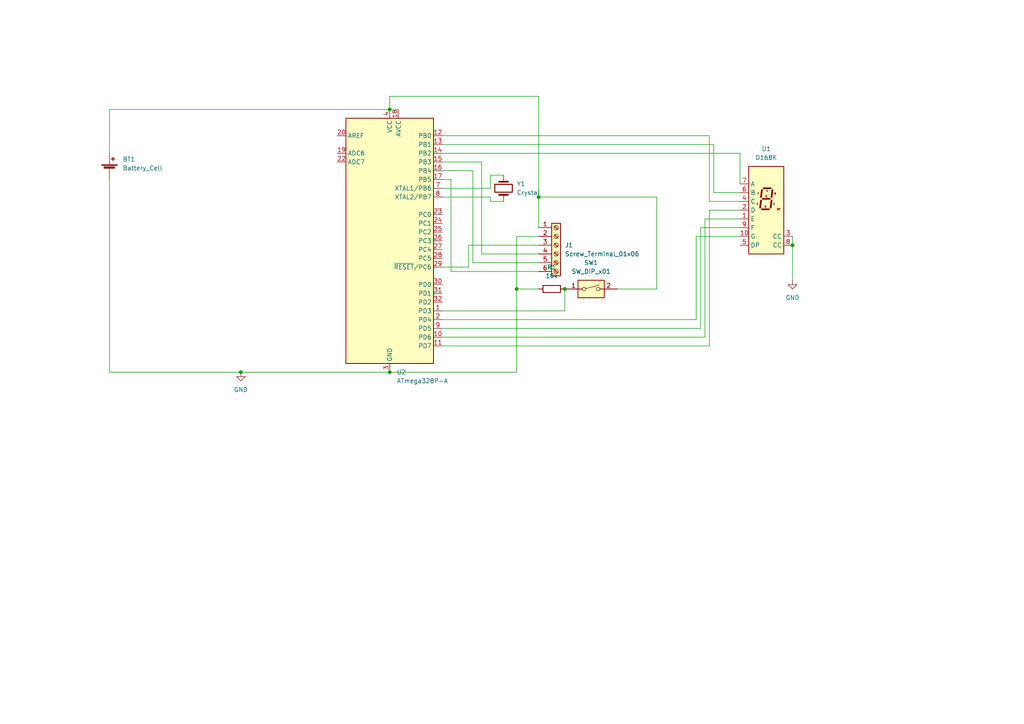
<source format=kicad_sch>
(kicad_sch (version 20211123) (generator eeschema)

  (uuid 3792a295-f5f0-4f2f-a141-6a54d58e462a)

  (paper "A4")

  (lib_symbols
    (symbol "Connector:Screw_Terminal_01x06" (pin_names (offset 1.016) hide) (in_bom yes) (on_board yes)
      (property "Reference" "J" (id 0) (at 0 7.62 0)
        (effects (font (size 1.27 1.27)))
      )
      (property "Value" "Screw_Terminal_01x06" (id 1) (at 0 -10.16 0)
        (effects (font (size 1.27 1.27)))
      )
      (property "Footprint" "" (id 2) (at 0 0 0)
        (effects (font (size 1.27 1.27)) hide)
      )
      (property "Datasheet" "~" (id 3) (at 0 0 0)
        (effects (font (size 1.27 1.27)) hide)
      )
      (property "ki_keywords" "screw terminal" (id 4) (at 0 0 0)
        (effects (font (size 1.27 1.27)) hide)
      )
      (property "ki_description" "Generic screw terminal, single row, 01x06, script generated (kicad-library-utils/schlib/autogen/connector/)" (id 5) (at 0 0 0)
        (effects (font (size 1.27 1.27)) hide)
      )
      (property "ki_fp_filters" "TerminalBlock*:*" (id 6) (at 0 0 0)
        (effects (font (size 1.27 1.27)) hide)
      )
      (symbol "Screw_Terminal_01x06_1_1"
        (rectangle (start -1.27 6.35) (end 1.27 -8.89)
          (stroke (width 0.254) (type default) (color 0 0 0 0))
          (fill (type background))
        )
        (circle (center 0 -7.62) (radius 0.635)
          (stroke (width 0.1524) (type default) (color 0 0 0 0))
          (fill (type none))
        )
        (circle (center 0 -5.08) (radius 0.635)
          (stroke (width 0.1524) (type default) (color 0 0 0 0))
          (fill (type none))
        )
        (circle (center 0 -2.54) (radius 0.635)
          (stroke (width 0.1524) (type default) (color 0 0 0 0))
          (fill (type none))
        )
        (polyline
          (pts
            (xy -0.5334 -7.2898)
            (xy 0.3302 -8.128)
          )
          (stroke (width 0.1524) (type default) (color 0 0 0 0))
          (fill (type none))
        )
        (polyline
          (pts
            (xy -0.5334 -4.7498)
            (xy 0.3302 -5.588)
          )
          (stroke (width 0.1524) (type default) (color 0 0 0 0))
          (fill (type none))
        )
        (polyline
          (pts
            (xy -0.5334 -2.2098)
            (xy 0.3302 -3.048)
          )
          (stroke (width 0.1524) (type default) (color 0 0 0 0))
          (fill (type none))
        )
        (polyline
          (pts
            (xy -0.5334 0.3302)
            (xy 0.3302 -0.508)
          )
          (stroke (width 0.1524) (type default) (color 0 0 0 0))
          (fill (type none))
        )
        (polyline
          (pts
            (xy -0.5334 2.8702)
            (xy 0.3302 2.032)
          )
          (stroke (width 0.1524) (type default) (color 0 0 0 0))
          (fill (type none))
        )
        (polyline
          (pts
            (xy -0.5334 5.4102)
            (xy 0.3302 4.572)
          )
          (stroke (width 0.1524) (type default) (color 0 0 0 0))
          (fill (type none))
        )
        (polyline
          (pts
            (xy -0.3556 -7.112)
            (xy 0.508 -7.9502)
          )
          (stroke (width 0.1524) (type default) (color 0 0 0 0))
          (fill (type none))
        )
        (polyline
          (pts
            (xy -0.3556 -4.572)
            (xy 0.508 -5.4102)
          )
          (stroke (width 0.1524) (type default) (color 0 0 0 0))
          (fill (type none))
        )
        (polyline
          (pts
            (xy -0.3556 -2.032)
            (xy 0.508 -2.8702)
          )
          (stroke (width 0.1524) (type default) (color 0 0 0 0))
          (fill (type none))
        )
        (polyline
          (pts
            (xy -0.3556 0.508)
            (xy 0.508 -0.3302)
          )
          (stroke (width 0.1524) (type default) (color 0 0 0 0))
          (fill (type none))
        )
        (polyline
          (pts
            (xy -0.3556 3.048)
            (xy 0.508 2.2098)
          )
          (stroke (width 0.1524) (type default) (color 0 0 0 0))
          (fill (type none))
        )
        (polyline
          (pts
            (xy -0.3556 5.588)
            (xy 0.508 4.7498)
          )
          (stroke (width 0.1524) (type default) (color 0 0 0 0))
          (fill (type none))
        )
        (circle (center 0 0) (radius 0.635)
          (stroke (width 0.1524) (type default) (color 0 0 0 0))
          (fill (type none))
        )
        (circle (center 0 2.54) (radius 0.635)
          (stroke (width 0.1524) (type default) (color 0 0 0 0))
          (fill (type none))
        )
        (circle (center 0 5.08) (radius 0.635)
          (stroke (width 0.1524) (type default) (color 0 0 0 0))
          (fill (type none))
        )
        (pin passive line (at -5.08 5.08 0) (length 3.81)
          (name "Pin_1" (effects (font (size 1.27 1.27))))
          (number "1" (effects (font (size 1.27 1.27))))
        )
        (pin passive line (at -5.08 2.54 0) (length 3.81)
          (name "Pin_2" (effects (font (size 1.27 1.27))))
          (number "2" (effects (font (size 1.27 1.27))))
        )
        (pin passive line (at -5.08 0 0) (length 3.81)
          (name "Pin_3" (effects (font (size 1.27 1.27))))
          (number "3" (effects (font (size 1.27 1.27))))
        )
        (pin passive line (at -5.08 -2.54 0) (length 3.81)
          (name "Pin_4" (effects (font (size 1.27 1.27))))
          (number "4" (effects (font (size 1.27 1.27))))
        )
        (pin passive line (at -5.08 -5.08 0) (length 3.81)
          (name "Pin_5" (effects (font (size 1.27 1.27))))
          (number "5" (effects (font (size 1.27 1.27))))
        )
        (pin passive line (at -5.08 -7.62 0) (length 3.81)
          (name "Pin_6" (effects (font (size 1.27 1.27))))
          (number "6" (effects (font (size 1.27 1.27))))
        )
      )
    )
    (symbol "Device:Battery_Cell" (pin_numbers hide) (pin_names (offset 0) hide) (in_bom yes) (on_board yes)
      (property "Reference" "BT" (id 0) (at 2.54 2.54 0)
        (effects (font (size 1.27 1.27)) (justify left))
      )
      (property "Value" "Battery_Cell" (id 1) (at 2.54 0 0)
        (effects (font (size 1.27 1.27)) (justify left))
      )
      (property "Footprint" "" (id 2) (at 0 1.524 90)
        (effects (font (size 1.27 1.27)) hide)
      )
      (property "Datasheet" "~" (id 3) (at 0 1.524 90)
        (effects (font (size 1.27 1.27)) hide)
      )
      (property "ki_keywords" "battery cell" (id 4) (at 0 0 0)
        (effects (font (size 1.27 1.27)) hide)
      )
      (property "ki_description" "Single-cell battery" (id 5) (at 0 0 0)
        (effects (font (size 1.27 1.27)) hide)
      )
      (symbol "Battery_Cell_0_1"
        (rectangle (start -2.286 1.778) (end 2.286 1.524)
          (stroke (width 0) (type default) (color 0 0 0 0))
          (fill (type outline))
        )
        (rectangle (start -1.5748 1.1938) (end 1.4732 0.6858)
          (stroke (width 0) (type default) (color 0 0 0 0))
          (fill (type outline))
        )
        (polyline
          (pts
            (xy 0 0.762)
            (xy 0 0)
          )
          (stroke (width 0) (type default) (color 0 0 0 0))
          (fill (type none))
        )
        (polyline
          (pts
            (xy 0 1.778)
            (xy 0 2.54)
          )
          (stroke (width 0) (type default) (color 0 0 0 0))
          (fill (type none))
        )
        (polyline
          (pts
            (xy 0.508 3.429)
            (xy 1.524 3.429)
          )
          (stroke (width 0.254) (type default) (color 0 0 0 0))
          (fill (type none))
        )
        (polyline
          (pts
            (xy 1.016 3.937)
            (xy 1.016 2.921)
          )
          (stroke (width 0.254) (type default) (color 0 0 0 0))
          (fill (type none))
        )
      )
      (symbol "Battery_Cell_1_1"
        (pin passive line (at 0 5.08 270) (length 2.54)
          (name "+" (effects (font (size 1.27 1.27))))
          (number "1" (effects (font (size 1.27 1.27))))
        )
        (pin passive line (at 0 -2.54 90) (length 2.54)
          (name "-" (effects (font (size 1.27 1.27))))
          (number "2" (effects (font (size 1.27 1.27))))
        )
      )
    )
    (symbol "Device:Crystal" (pin_numbers hide) (pin_names (offset 1.016) hide) (in_bom yes) (on_board yes)
      (property "Reference" "Y" (id 0) (at 0 3.81 0)
        (effects (font (size 1.27 1.27)))
      )
      (property "Value" "Crystal" (id 1) (at 0 -3.81 0)
        (effects (font (size 1.27 1.27)))
      )
      (property "Footprint" "" (id 2) (at 0 0 0)
        (effects (font (size 1.27 1.27)) hide)
      )
      (property "Datasheet" "~" (id 3) (at 0 0 0)
        (effects (font (size 1.27 1.27)) hide)
      )
      (property "ki_keywords" "quartz ceramic resonator oscillator" (id 4) (at 0 0 0)
        (effects (font (size 1.27 1.27)) hide)
      )
      (property "ki_description" "Two pin crystal" (id 5) (at 0 0 0)
        (effects (font (size 1.27 1.27)) hide)
      )
      (property "ki_fp_filters" "Crystal*" (id 6) (at 0 0 0)
        (effects (font (size 1.27 1.27)) hide)
      )
      (symbol "Crystal_0_1"
        (rectangle (start -1.143 2.54) (end 1.143 -2.54)
          (stroke (width 0.3048) (type default) (color 0 0 0 0))
          (fill (type none))
        )
        (polyline
          (pts
            (xy -2.54 0)
            (xy -1.905 0)
          )
          (stroke (width 0) (type default) (color 0 0 0 0))
          (fill (type none))
        )
        (polyline
          (pts
            (xy -1.905 -1.27)
            (xy -1.905 1.27)
          )
          (stroke (width 0.508) (type default) (color 0 0 0 0))
          (fill (type none))
        )
        (polyline
          (pts
            (xy 1.905 -1.27)
            (xy 1.905 1.27)
          )
          (stroke (width 0.508) (type default) (color 0 0 0 0))
          (fill (type none))
        )
        (polyline
          (pts
            (xy 2.54 0)
            (xy 1.905 0)
          )
          (stroke (width 0) (type default) (color 0 0 0 0))
          (fill (type none))
        )
      )
      (symbol "Crystal_1_1"
        (pin passive line (at -3.81 0 0) (length 1.27)
          (name "1" (effects (font (size 1.27 1.27))))
          (number "1" (effects (font (size 1.27 1.27))))
        )
        (pin passive line (at 3.81 0 180) (length 1.27)
          (name "2" (effects (font (size 1.27 1.27))))
          (number "2" (effects (font (size 1.27 1.27))))
        )
      )
    )
    (symbol "Device:R" (pin_numbers hide) (pin_names (offset 0)) (in_bom yes) (on_board yes)
      (property "Reference" "R" (id 0) (at 2.032 0 90)
        (effects (font (size 1.27 1.27)))
      )
      (property "Value" "R" (id 1) (at 0 0 90)
        (effects (font (size 1.27 1.27)))
      )
      (property "Footprint" "" (id 2) (at -1.778 0 90)
        (effects (font (size 1.27 1.27)) hide)
      )
      (property "Datasheet" "~" (id 3) (at 0 0 0)
        (effects (font (size 1.27 1.27)) hide)
      )
      (property "ki_keywords" "R res resistor" (id 4) (at 0 0 0)
        (effects (font (size 1.27 1.27)) hide)
      )
      (property "ki_description" "Resistor" (id 5) (at 0 0 0)
        (effects (font (size 1.27 1.27)) hide)
      )
      (property "ki_fp_filters" "R_*" (id 6) (at 0 0 0)
        (effects (font (size 1.27 1.27)) hide)
      )
      (symbol "R_0_1"
        (rectangle (start -1.016 -2.54) (end 1.016 2.54)
          (stroke (width 0.254) (type default) (color 0 0 0 0))
          (fill (type none))
        )
      )
      (symbol "R_1_1"
        (pin passive line (at 0 3.81 270) (length 1.27)
          (name "~" (effects (font (size 1.27 1.27))))
          (number "1" (effects (font (size 1.27 1.27))))
        )
        (pin passive line (at 0 -3.81 90) (length 1.27)
          (name "~" (effects (font (size 1.27 1.27))))
          (number "2" (effects (font (size 1.27 1.27))))
        )
      )
    )
    (symbol "Display_Character:D168K" (in_bom yes) (on_board yes)
      (property "Reference" "U" (id 0) (at -2.54 13.97 0)
        (effects (font (size 1.27 1.27)) (justify right))
      )
      (property "Value" "D168K" (id 1) (at 1.27 13.97 0)
        (effects (font (size 1.27 1.27)) (justify left))
      )
      (property "Footprint" "Display_7Segment:D1X8K" (id 2) (at 0 -15.24 0)
        (effects (font (size 1.27 1.27)) hide)
      )
      (property "Datasheet" "https://ia800903.us.archive.org/24/items/CTKD1x8K/Cromatek%20D168K.pdf" (id 3) (at -12.7 12.065 0)
        (effects (font (size 1.27 1.27)) (justify left) hide)
      )
      (property "ki_keywords" "display LED 7-segment" (id 4) (at 0 0 0)
        (effects (font (size 1.27 1.27)) hide)
      )
      (property "ki_description" "One digit 7 segment ultra bright red LED, low current, common cathode" (id 5) (at 0 0 0)
        (effects (font (size 1.27 1.27)) hide)
      )
      (property "ki_fp_filters" "D1X8K*" (id 6) (at 0 0 0)
        (effects (font (size 1.27 1.27)) hide)
      )
      (symbol "D168K_0_0"
        (text "A" (at 0.254 5.588 0)
          (effects (font (size 0.508 0.508)))
        )
        (text "B" (at 2.54 4.826 0)
          (effects (font (size 0.508 0.508)))
        )
        (text "C" (at 2.286 1.778 0)
          (effects (font (size 0.508 0.508)))
        )
        (text "D" (at -0.254 1.016 0)
          (effects (font (size 0.508 0.508)))
        )
        (text "DP" (at 3.556 0.254 0)
          (effects (font (size 0.508 0.508)))
        )
        (text "E" (at -2.54 1.778 0)
          (effects (font (size 0.508 0.508)))
        )
        (text "F" (at -2.286 4.826 0)
          (effects (font (size 0.508 0.508)))
        )
        (text "G" (at 0 4.064 0)
          (effects (font (size 0.508 0.508)))
        )
      )
      (symbol "D168K_0_1"
        (rectangle (start -5.08 12.7) (end 5.08 -12.7)
          (stroke (width 0.254) (type default) (color 0 0 0 0))
          (fill (type background))
        )
        (polyline
          (pts
            (xy -1.524 2.794)
            (xy -1.778 0.762)
          )
          (stroke (width 0.508) (type default) (color 0 0 0 0))
          (fill (type none))
        )
        (polyline
          (pts
            (xy -1.27 0.254)
            (xy 0.762 0.254)
          )
          (stroke (width 0.508) (type default) (color 0 0 0 0))
          (fill (type none))
        )
        (polyline
          (pts
            (xy -1.27 5.842)
            (xy -1.524 3.81)
          )
          (stroke (width 0.508) (type default) (color 0 0 0 0))
          (fill (type none))
        )
        (polyline
          (pts
            (xy -1.016 3.302)
            (xy 1.016 3.302)
          )
          (stroke (width 0.508) (type default) (color 0 0 0 0))
          (fill (type none))
        )
        (polyline
          (pts
            (xy -0.762 6.35)
            (xy 1.27 6.35)
          )
          (stroke (width 0.508) (type default) (color 0 0 0 0))
          (fill (type none))
        )
        (polyline
          (pts
            (xy 1.524 2.794)
            (xy 1.27 0.762)
          )
          (stroke (width 0.508) (type default) (color 0 0 0 0))
          (fill (type none))
        )
        (polyline
          (pts
            (xy 1.778 5.842)
            (xy 1.524 3.81)
          )
          (stroke (width 0.508) (type default) (color 0 0 0 0))
          (fill (type none))
        )
        (polyline
          (pts
            (xy 2.54 0.254)
            (xy 2.54 0.254)
          )
          (stroke (width 0.508) (type default) (color 0 0 0 0))
          (fill (type none))
        )
      )
      (symbol "D168K_1_1"
        (pin input line (at -7.62 -2.54 0) (length 2.54)
          (name "E" (effects (font (size 1.27 1.27))))
          (number "1" (effects (font (size 1.27 1.27))))
        )
        (pin input line (at -7.62 -7.62 0) (length 2.54)
          (name "G" (effects (font (size 1.27 1.27))))
          (number "10" (effects (font (size 1.27 1.27))))
        )
        (pin input line (at -7.62 0 0) (length 2.54)
          (name "D" (effects (font (size 1.27 1.27))))
          (number "2" (effects (font (size 1.27 1.27))))
        )
        (pin input line (at 7.62 -7.62 180) (length 2.54)
          (name "CC" (effects (font (size 1.27 1.27))))
          (number "3" (effects (font (size 1.27 1.27))))
        )
        (pin input line (at -7.62 2.54 0) (length 2.54)
          (name "C" (effects (font (size 1.27 1.27))))
          (number "4" (effects (font (size 1.27 1.27))))
        )
        (pin input line (at -7.62 -10.16 0) (length 2.54)
          (name "DP" (effects (font (size 1.27 1.27))))
          (number "5" (effects (font (size 1.27 1.27))))
        )
        (pin input line (at -7.62 5.08 0) (length 2.54)
          (name "B" (effects (font (size 1.27 1.27))))
          (number "6" (effects (font (size 1.27 1.27))))
        )
        (pin input line (at -7.62 7.62 0) (length 2.54)
          (name "A" (effects (font (size 1.27 1.27))))
          (number "7" (effects (font (size 1.27 1.27))))
        )
        (pin input line (at 7.62 -10.16 180) (length 2.54)
          (name "CC" (effects (font (size 1.27 1.27))))
          (number "8" (effects (font (size 1.27 1.27))))
        )
        (pin input line (at -7.62 -5.08 0) (length 2.54)
          (name "F" (effects (font (size 1.27 1.27))))
          (number "9" (effects (font (size 1.27 1.27))))
        )
      )
    )
    (symbol "MCU_Microchip_ATmega:ATmega328P-A" (in_bom yes) (on_board yes)
      (property "Reference" "U" (id 0) (at -12.7 36.83 0)
        (effects (font (size 1.27 1.27)) (justify left bottom))
      )
      (property "Value" "ATmega328P-A" (id 1) (at 2.54 -36.83 0)
        (effects (font (size 1.27 1.27)) (justify left top))
      )
      (property "Footprint" "Package_QFP:TQFP-32_7x7mm_P0.8mm" (id 2) (at 0 0 0)
        (effects (font (size 1.27 1.27) italic) hide)
      )
      (property "Datasheet" "http://ww1.microchip.com/downloads/en/DeviceDoc/ATmega328_P%20AVR%20MCU%20with%20picoPower%20Technology%20Data%20Sheet%2040001984A.pdf" (id 3) (at 0 0 0)
        (effects (font (size 1.27 1.27)) hide)
      )
      (property "ki_keywords" "AVR 8bit Microcontroller MegaAVR PicoPower" (id 4) (at 0 0 0)
        (effects (font (size 1.27 1.27)) hide)
      )
      (property "ki_description" "20MHz, 32kB Flash, 2kB SRAM, 1kB EEPROM, TQFP-32" (id 5) (at 0 0 0)
        (effects (font (size 1.27 1.27)) hide)
      )
      (property "ki_fp_filters" "TQFP*7x7mm*P0.8mm*" (id 6) (at 0 0 0)
        (effects (font (size 1.27 1.27)) hide)
      )
      (symbol "ATmega328P-A_0_1"
        (rectangle (start -12.7 -35.56) (end 12.7 35.56)
          (stroke (width 0.254) (type default) (color 0 0 0 0))
          (fill (type background))
        )
      )
      (symbol "ATmega328P-A_1_1"
        (pin bidirectional line (at 15.24 -20.32 180) (length 2.54)
          (name "PD3" (effects (font (size 1.27 1.27))))
          (number "1" (effects (font (size 1.27 1.27))))
        )
        (pin bidirectional line (at 15.24 -27.94 180) (length 2.54)
          (name "PD6" (effects (font (size 1.27 1.27))))
          (number "10" (effects (font (size 1.27 1.27))))
        )
        (pin bidirectional line (at 15.24 -30.48 180) (length 2.54)
          (name "PD7" (effects (font (size 1.27 1.27))))
          (number "11" (effects (font (size 1.27 1.27))))
        )
        (pin bidirectional line (at 15.24 30.48 180) (length 2.54)
          (name "PB0" (effects (font (size 1.27 1.27))))
          (number "12" (effects (font (size 1.27 1.27))))
        )
        (pin bidirectional line (at 15.24 27.94 180) (length 2.54)
          (name "PB1" (effects (font (size 1.27 1.27))))
          (number "13" (effects (font (size 1.27 1.27))))
        )
        (pin bidirectional line (at 15.24 25.4 180) (length 2.54)
          (name "PB2" (effects (font (size 1.27 1.27))))
          (number "14" (effects (font (size 1.27 1.27))))
        )
        (pin bidirectional line (at 15.24 22.86 180) (length 2.54)
          (name "PB3" (effects (font (size 1.27 1.27))))
          (number "15" (effects (font (size 1.27 1.27))))
        )
        (pin bidirectional line (at 15.24 20.32 180) (length 2.54)
          (name "PB4" (effects (font (size 1.27 1.27))))
          (number "16" (effects (font (size 1.27 1.27))))
        )
        (pin bidirectional line (at 15.24 17.78 180) (length 2.54)
          (name "PB5" (effects (font (size 1.27 1.27))))
          (number "17" (effects (font (size 1.27 1.27))))
        )
        (pin power_in line (at 2.54 38.1 270) (length 2.54)
          (name "AVCC" (effects (font (size 1.27 1.27))))
          (number "18" (effects (font (size 1.27 1.27))))
        )
        (pin input line (at -15.24 25.4 0) (length 2.54)
          (name "ADC6" (effects (font (size 1.27 1.27))))
          (number "19" (effects (font (size 1.27 1.27))))
        )
        (pin bidirectional line (at 15.24 -22.86 180) (length 2.54)
          (name "PD4" (effects (font (size 1.27 1.27))))
          (number "2" (effects (font (size 1.27 1.27))))
        )
        (pin passive line (at -15.24 30.48 0) (length 2.54)
          (name "AREF" (effects (font (size 1.27 1.27))))
          (number "20" (effects (font (size 1.27 1.27))))
        )
        (pin passive line (at 0 -38.1 90) (length 2.54) hide
          (name "GND" (effects (font (size 1.27 1.27))))
          (number "21" (effects (font (size 1.27 1.27))))
        )
        (pin input line (at -15.24 22.86 0) (length 2.54)
          (name "ADC7" (effects (font (size 1.27 1.27))))
          (number "22" (effects (font (size 1.27 1.27))))
        )
        (pin bidirectional line (at 15.24 7.62 180) (length 2.54)
          (name "PC0" (effects (font (size 1.27 1.27))))
          (number "23" (effects (font (size 1.27 1.27))))
        )
        (pin bidirectional line (at 15.24 5.08 180) (length 2.54)
          (name "PC1" (effects (font (size 1.27 1.27))))
          (number "24" (effects (font (size 1.27 1.27))))
        )
        (pin bidirectional line (at 15.24 2.54 180) (length 2.54)
          (name "PC2" (effects (font (size 1.27 1.27))))
          (number "25" (effects (font (size 1.27 1.27))))
        )
        (pin bidirectional line (at 15.24 0 180) (length 2.54)
          (name "PC3" (effects (font (size 1.27 1.27))))
          (number "26" (effects (font (size 1.27 1.27))))
        )
        (pin bidirectional line (at 15.24 -2.54 180) (length 2.54)
          (name "PC4" (effects (font (size 1.27 1.27))))
          (number "27" (effects (font (size 1.27 1.27))))
        )
        (pin bidirectional line (at 15.24 -5.08 180) (length 2.54)
          (name "PC5" (effects (font (size 1.27 1.27))))
          (number "28" (effects (font (size 1.27 1.27))))
        )
        (pin bidirectional line (at 15.24 -7.62 180) (length 2.54)
          (name "~{RESET}/PC6" (effects (font (size 1.27 1.27))))
          (number "29" (effects (font (size 1.27 1.27))))
        )
        (pin power_in line (at 0 -38.1 90) (length 2.54)
          (name "GND" (effects (font (size 1.27 1.27))))
          (number "3" (effects (font (size 1.27 1.27))))
        )
        (pin bidirectional line (at 15.24 -12.7 180) (length 2.54)
          (name "PD0" (effects (font (size 1.27 1.27))))
          (number "30" (effects (font (size 1.27 1.27))))
        )
        (pin bidirectional line (at 15.24 -15.24 180) (length 2.54)
          (name "PD1" (effects (font (size 1.27 1.27))))
          (number "31" (effects (font (size 1.27 1.27))))
        )
        (pin bidirectional line (at 15.24 -17.78 180) (length 2.54)
          (name "PD2" (effects (font (size 1.27 1.27))))
          (number "32" (effects (font (size 1.27 1.27))))
        )
        (pin power_in line (at 0 38.1 270) (length 2.54)
          (name "VCC" (effects (font (size 1.27 1.27))))
          (number "4" (effects (font (size 1.27 1.27))))
        )
        (pin passive line (at 0 -38.1 90) (length 2.54) hide
          (name "GND" (effects (font (size 1.27 1.27))))
          (number "5" (effects (font (size 1.27 1.27))))
        )
        (pin passive line (at 0 38.1 270) (length 2.54) hide
          (name "VCC" (effects (font (size 1.27 1.27))))
          (number "6" (effects (font (size 1.27 1.27))))
        )
        (pin bidirectional line (at 15.24 15.24 180) (length 2.54)
          (name "XTAL1/PB6" (effects (font (size 1.27 1.27))))
          (number "7" (effects (font (size 1.27 1.27))))
        )
        (pin bidirectional line (at 15.24 12.7 180) (length 2.54)
          (name "XTAL2/PB7" (effects (font (size 1.27 1.27))))
          (number "8" (effects (font (size 1.27 1.27))))
        )
        (pin bidirectional line (at 15.24 -25.4 180) (length 2.54)
          (name "PD5" (effects (font (size 1.27 1.27))))
          (number "9" (effects (font (size 1.27 1.27))))
        )
      )
    )
    (symbol "Switch:SW_DIP_x01" (pin_names (offset 0) hide) (in_bom yes) (on_board yes)
      (property "Reference" "SW" (id 0) (at 0 3.81 0)
        (effects (font (size 1.27 1.27)))
      )
      (property "Value" "SW_DIP_x01" (id 1) (at 0 -3.81 0)
        (effects (font (size 1.27 1.27)))
      )
      (property "Footprint" "" (id 2) (at 0 0 0)
        (effects (font (size 1.27 1.27)) hide)
      )
      (property "Datasheet" "~" (id 3) (at 0 0 0)
        (effects (font (size 1.27 1.27)) hide)
      )
      (property "ki_keywords" "dip switch" (id 4) (at 0 0 0)
        (effects (font (size 1.27 1.27)) hide)
      )
      (property "ki_description" "1x DIP Switch, Single Pole Single Throw (SPST) switch, small symbol" (id 5) (at 0 0 0)
        (effects (font (size 1.27 1.27)) hide)
      )
      (property "ki_fp_filters" "SW?DIP?x1*" (id 6) (at 0 0 0)
        (effects (font (size 1.27 1.27)) hide)
      )
      (symbol "SW_DIP_x01_0_0"
        (circle (center -2.032 0) (radius 0.508)
          (stroke (width 0) (type default) (color 0 0 0 0))
          (fill (type none))
        )
        (polyline
          (pts
            (xy -1.524 0.127)
            (xy 2.3622 1.1684)
          )
          (stroke (width 0) (type default) (color 0 0 0 0))
          (fill (type none))
        )
        (circle (center 2.032 0) (radius 0.508)
          (stroke (width 0) (type default) (color 0 0 0 0))
          (fill (type none))
        )
      )
      (symbol "SW_DIP_x01_0_1"
        (rectangle (start -3.81 2.54) (end 3.81 -2.54)
          (stroke (width 0.254) (type default) (color 0 0 0 0))
          (fill (type background))
        )
      )
      (symbol "SW_DIP_x01_1_1"
        (pin passive line (at -7.62 0 0) (length 5.08)
          (name "~" (effects (font (size 1.27 1.27))))
          (number "1" (effects (font (size 1.27 1.27))))
        )
        (pin passive line (at 7.62 0 180) (length 5.08)
          (name "~" (effects (font (size 1.27 1.27))))
          (number "2" (effects (font (size 1.27 1.27))))
        )
      )
    )
    (symbol "power:GND" (power) (pin_names (offset 0)) (in_bom yes) (on_board yes)
      (property "Reference" "#PWR" (id 0) (at 0 -6.35 0)
        (effects (font (size 1.27 1.27)) hide)
      )
      (property "Value" "GND" (id 1) (at 0 -3.81 0)
        (effects (font (size 1.27 1.27)))
      )
      (property "Footprint" "" (id 2) (at 0 0 0)
        (effects (font (size 1.27 1.27)) hide)
      )
      (property "Datasheet" "" (id 3) (at 0 0 0)
        (effects (font (size 1.27 1.27)) hide)
      )
      (property "ki_keywords" "global power" (id 4) (at 0 0 0)
        (effects (font (size 1.27 1.27)) hide)
      )
      (property "ki_description" "Power symbol creates a global label with name \"GND\" , ground" (id 5) (at 0 0 0)
        (effects (font (size 1.27 1.27)) hide)
      )
      (symbol "GND_0_1"
        (polyline
          (pts
            (xy 0 0)
            (xy 0 -1.27)
            (xy 1.27 -1.27)
            (xy 0 -2.54)
            (xy -1.27 -1.27)
            (xy 0 -1.27)
          )
          (stroke (width 0) (type default) (color 0 0 0 0))
          (fill (type none))
        )
      )
      (symbol "GND_1_1"
        (pin power_in line (at 0 0 270) (length 0) hide
          (name "GND" (effects (font (size 1.27 1.27))))
          (number "1" (effects (font (size 1.27 1.27))))
        )
      )
    )
  )

  (junction (at 113.03 31.75) (diameter 0) (color 0 0 0 0)
    (uuid 2bb295ad-b201-4865-ae86-3157bba3d603)
  )
  (junction (at 69.85 107.95) (diameter 0) (color 0 0 0 0)
    (uuid 8464b9c5-27d7-4da7-bc2f-11d0e2310096)
  )
  (junction (at 163.83 83.82) (diameter 0) (color 0 0 0 0)
    (uuid 8f07c16d-a130-44fb-83eb-bb0c50a2e67d)
  )
  (junction (at 149.86 83.82) (diameter 0) (color 0 0 0 0)
    (uuid 8fb7a518-edcd-478a-8fc1-67d28cbeb43c)
  )
  (junction (at 113.03 107.95) (diameter 0) (color 0 0 0 0)
    (uuid a986f133-9115-4f57-94a5-880c22ee5826)
  )
  (junction (at 156.21 57.15) (diameter 0) (color 0 0 0 0)
    (uuid e4b52546-b15b-4d8a-acde-76b367e9a04f)
  )
  (junction (at 229.87 71.12) (diameter 0) (color 0 0 0 0)
    (uuid fc7d9655-af6a-4c68-8443-74bfb4dd517a)
  )

  (wire (pts (xy 142.24 50.8) (xy 142.24 54.61))
    (stroke (width 0) (type default) (color 0 0 0 0))
    (uuid 101e2027-e6f8-4dca-b180-8e73980b7611)
  )
  (wire (pts (xy 156.21 76.2) (xy 137.16 76.2))
    (stroke (width 0) (type default) (color 0 0 0 0))
    (uuid 11220147-1d28-45cc-abbe-8739c8691128)
  )
  (wire (pts (xy 128.27 90.17) (xy 163.83 90.17))
    (stroke (width 0) (type default) (color 0 0 0 0))
    (uuid 16c0e10a-5179-4968-9693-839368536e4a)
  )
  (wire (pts (xy 205.74 58.42) (xy 214.63 58.42))
    (stroke (width 0) (type default) (color 0 0 0 0))
    (uuid 2013957d-e01a-423b-ac9e-799761e051fc)
  )
  (wire (pts (xy 149.86 83.82) (xy 156.21 83.82))
    (stroke (width 0) (type default) (color 0 0 0 0))
    (uuid 27da7fdd-fe22-49e2-916f-e20be1d5ac03)
  )
  (wire (pts (xy 156.21 27.94) (xy 113.03 27.94))
    (stroke (width 0) (type default) (color 0 0 0 0))
    (uuid 28550591-4b24-4fb6-829d-6b9e1e273472)
  )
  (wire (pts (xy 149.86 107.95) (xy 113.03 107.95))
    (stroke (width 0) (type default) (color 0 0 0 0))
    (uuid 29968d29-7e9a-43a0-85f0-718a33dd5a81)
  )
  (wire (pts (xy 190.5 57.15) (xy 156.21 57.15))
    (stroke (width 0) (type default) (color 0 0 0 0))
    (uuid 29d559d5-9fd7-43e9-9dc9-57d084ff1c2b)
  )
  (wire (pts (xy 201.93 68.58) (xy 201.93 92.71))
    (stroke (width 0) (type default) (color 0 0 0 0))
    (uuid 2d3940f4-f666-4ab2-9bb7-0bd93e6f8866)
  )
  (wire (pts (xy 113.03 31.75) (xy 115.57 31.75))
    (stroke (width 0) (type default) (color 0 0 0 0))
    (uuid 2f93fe6a-0f7e-4ed3-b770-8aa2347d8010)
  )
  (wire (pts (xy 128.27 57.15) (xy 142.24 57.15))
    (stroke (width 0) (type default) (color 0 0 0 0))
    (uuid 31a16c51-de5e-4820-b28e-60b752619d22)
  )
  (wire (pts (xy 204.47 97.79) (xy 128.27 97.79))
    (stroke (width 0) (type default) (color 0 0 0 0))
    (uuid 354b64f5-fdf4-4d1a-9def-f8e001d464a7)
  )
  (wire (pts (xy 113.03 31.75) (xy 31.75 31.75))
    (stroke (width 0) (type default) (color 0 0 0 0))
    (uuid 36198d1b-e134-4b36-b3fb-826140b24388)
  )
  (wire (pts (xy 135.89 71.12) (xy 135.89 77.47))
    (stroke (width 0) (type default) (color 0 0 0 0))
    (uuid 437cc2e7-96f5-4891-bf94-95eeb6287196)
  )
  (wire (pts (xy 149.86 68.58) (xy 149.86 83.82))
    (stroke (width 0) (type default) (color 0 0 0 0))
    (uuid 466a4be7-08bd-49f6-b952-e14961f5c9eb)
  )
  (wire (pts (xy 31.75 31.75) (xy 31.75 44.45))
    (stroke (width 0) (type default) (color 0 0 0 0))
    (uuid 470a2551-6626-4e4a-bfca-fb180fea44c4)
  )
  (wire (pts (xy 156.21 66.04) (xy 156.21 57.15))
    (stroke (width 0) (type default) (color 0 0 0 0))
    (uuid 56524627-4b97-4fc2-b87e-6918e156f9cb)
  )
  (wire (pts (xy 130.81 52.07) (xy 128.27 52.07))
    (stroke (width 0) (type default) (color 0 0 0 0))
    (uuid 60c404d5-3424-45d9-8489-ebbf0d2e03e7)
  )
  (wire (pts (xy 69.85 107.95) (xy 113.03 107.95))
    (stroke (width 0) (type default) (color 0 0 0 0))
    (uuid 61c36fc1-d3c2-41d1-9f1f-cbd6f90797c0)
  )
  (wire (pts (xy 214.63 60.96) (xy 205.74 60.96))
    (stroke (width 0) (type default) (color 0 0 0 0))
    (uuid 6226ef7a-82cf-4b66-8f25-c7f5d9b1e6d7)
  )
  (wire (pts (xy 229.87 71.12) (xy 229.87 81.28))
    (stroke (width 0) (type default) (color 0 0 0 0))
    (uuid 64176b79-587f-4f6b-885f-f85f150ea6d4)
  )
  (wire (pts (xy 142.24 54.61) (xy 128.27 54.61))
    (stroke (width 0) (type default) (color 0 0 0 0))
    (uuid 66976786-2375-4186-96af-df1887cf1e89)
  )
  (wire (pts (xy 135.89 77.47) (xy 128.27 77.47))
    (stroke (width 0) (type default) (color 0 0 0 0))
    (uuid 68a5a163-6e5f-4c63-84b2-83e94b6695c4)
  )
  (wire (pts (xy 156.21 57.15) (xy 156.21 27.94))
    (stroke (width 0) (type default) (color 0 0 0 0))
    (uuid 73e6a7f0-3d57-4ed4-a0de-8a401ebf6891)
  )
  (wire (pts (xy 139.7 46.99) (xy 128.27 46.99))
    (stroke (width 0) (type default) (color 0 0 0 0))
    (uuid 790393af-9349-4a6d-b081-81d5456d94dd)
  )
  (wire (pts (xy 207.01 55.88) (xy 214.63 55.88))
    (stroke (width 0) (type default) (color 0 0 0 0))
    (uuid 7b60e8d8-49de-44a3-a763-c6802551867f)
  )
  (wire (pts (xy 146.05 50.8) (xy 142.24 50.8))
    (stroke (width 0) (type default) (color 0 0 0 0))
    (uuid 7bcc4b45-e592-466f-a947-5ecb4745bda1)
  )
  (wire (pts (xy 163.83 90.17) (xy 163.83 83.82))
    (stroke (width 0) (type default) (color 0 0 0 0))
    (uuid 7bfeed0a-f352-4031-b52a-f8c5466ec034)
  )
  (wire (pts (xy 205.74 39.37) (xy 205.74 58.42))
    (stroke (width 0) (type default) (color 0 0 0 0))
    (uuid 7d20459c-e153-460f-b1a6-f9402717b7bd)
  )
  (wire (pts (xy 130.81 78.74) (xy 130.81 52.07))
    (stroke (width 0) (type default) (color 0 0 0 0))
    (uuid 85705465-9ac4-43b9-ae8f-215ba924fad3)
  )
  (wire (pts (xy 214.63 63.5) (xy 204.47 63.5))
    (stroke (width 0) (type default) (color 0 0 0 0))
    (uuid 85797f97-912f-42cd-8fd8-551dabde31f1)
  )
  (wire (pts (xy 204.47 63.5) (xy 204.47 97.79))
    (stroke (width 0) (type default) (color 0 0 0 0))
    (uuid 869ed8ba-247f-44cc-ad47-1f0f30f64cd2)
  )
  (wire (pts (xy 113.03 27.94) (xy 113.03 31.75))
    (stroke (width 0) (type default) (color 0 0 0 0))
    (uuid 92d1fdab-0d60-4d80-af46-00e2a2f5b621)
  )
  (wire (pts (xy 214.63 66.04) (xy 203.2 66.04))
    (stroke (width 0) (type default) (color 0 0 0 0))
    (uuid 969b782f-dc38-4a89-a776-3449c9611e2c)
  )
  (wire (pts (xy 190.5 83.82) (xy 190.5 57.15))
    (stroke (width 0) (type default) (color 0 0 0 0))
    (uuid 98f7714d-9855-4974-a026-4ad704d5c1b3)
  )
  (wire (pts (xy 128.27 39.37) (xy 205.74 39.37))
    (stroke (width 0) (type default) (color 0 0 0 0))
    (uuid 9a315e92-5408-462a-98c2-3d2a3237759f)
  )
  (wire (pts (xy 203.2 95.25) (xy 128.27 95.25))
    (stroke (width 0) (type default) (color 0 0 0 0))
    (uuid a127b6f7-b3a3-425e-a6ba-e8d20c36681c)
  )
  (wire (pts (xy 201.93 92.71) (xy 128.27 92.71))
    (stroke (width 0) (type default) (color 0 0 0 0))
    (uuid a44b9e01-25a0-4228-a49f-c601fd7db791)
  )
  (wire (pts (xy 128.27 41.91) (xy 207.01 41.91))
    (stroke (width 0) (type default) (color 0 0 0 0))
    (uuid a4a2c4f2-c124-4e39-9620-4be080a0767b)
  )
  (wire (pts (xy 149.86 83.82) (xy 149.86 107.95))
    (stroke (width 0) (type default) (color 0 0 0 0))
    (uuid a835dfa3-f014-4111-8821-6263c885228b)
  )
  (wire (pts (xy 214.63 68.58) (xy 201.93 68.58))
    (stroke (width 0) (type default) (color 0 0 0 0))
    (uuid ae6debb9-e16a-4bd9-bb0f-397de23811ba)
  )
  (wire (pts (xy 156.21 78.74) (xy 130.81 78.74))
    (stroke (width 0) (type default) (color 0 0 0 0))
    (uuid b0512401-f075-4d85-9a10-eb64673bee90)
  )
  (wire (pts (xy 156.21 68.58) (xy 149.86 68.58))
    (stroke (width 0) (type default) (color 0 0 0 0))
    (uuid b060f6b7-14b5-41d0-ba5f-b2966d710c07)
  )
  (wire (pts (xy 179.07 83.82) (xy 190.5 83.82))
    (stroke (width 0) (type default) (color 0 0 0 0))
    (uuid b1def389-7c7f-455b-9211-b123aa7e04ce)
  )
  (wire (pts (xy 229.87 68.58) (xy 229.87 71.12))
    (stroke (width 0) (type default) (color 0 0 0 0))
    (uuid b38cc625-dcee-490d-b656-c0df01cf765a)
  )
  (wire (pts (xy 142.24 58.42) (xy 146.05 58.42))
    (stroke (width 0) (type default) (color 0 0 0 0))
    (uuid b8b8928d-acba-4cfe-a667-4d914ae6fd31)
  )
  (wire (pts (xy 205.74 100.33) (xy 128.27 100.33))
    (stroke (width 0) (type default) (color 0 0 0 0))
    (uuid bd7c6cb3-18e4-402b-9684-849600bd7596)
  )
  (wire (pts (xy 205.74 60.96) (xy 205.74 100.33))
    (stroke (width 0) (type default) (color 0 0 0 0))
    (uuid c8759548-85ca-43f0-85f4-3063b87389f7)
  )
  (wire (pts (xy 142.24 57.15) (xy 142.24 58.42))
    (stroke (width 0) (type default) (color 0 0 0 0))
    (uuid c9bbb121-42a8-49c9-989a-75044ae7a0ec)
  )
  (wire (pts (xy 156.21 71.12) (xy 135.89 71.12))
    (stroke (width 0) (type default) (color 0 0 0 0))
    (uuid caa45222-537a-4beb-a9cb-b3cc16961d0c)
  )
  (wire (pts (xy 203.2 66.04) (xy 203.2 95.25))
    (stroke (width 0) (type default) (color 0 0 0 0))
    (uuid cb4490f8-11f3-418b-b928-939e34b6bdaa)
  )
  (wire (pts (xy 139.7 73.66) (xy 139.7 46.99))
    (stroke (width 0) (type default) (color 0 0 0 0))
    (uuid ce33cf18-4b84-4306-9edc-dfb4881aa5be)
  )
  (wire (pts (xy 31.75 52.07) (xy 31.75 107.95))
    (stroke (width 0) (type default) (color 0 0 0 0))
    (uuid d9d4b76c-c094-46a4-935c-c83e7ea5efad)
  )
  (wire (pts (xy 128.27 44.45) (xy 214.63 44.45))
    (stroke (width 0) (type default) (color 0 0 0 0))
    (uuid e524c98a-ad40-4094-8fe2-eaba8d01682f)
  )
  (wire (pts (xy 31.75 107.95) (xy 69.85 107.95))
    (stroke (width 0) (type default) (color 0 0 0 0))
    (uuid f19eedd2-a590-4459-970f-601078740fbb)
  )
  (wire (pts (xy 137.16 49.53) (xy 128.27 49.53))
    (stroke (width 0) (type default) (color 0 0 0 0))
    (uuid f30abe23-970e-4ca3-8518-a2df8d8cff6c)
  )
  (wire (pts (xy 207.01 41.91) (xy 207.01 55.88))
    (stroke (width 0) (type default) (color 0 0 0 0))
    (uuid fa78a82f-14d9-4c07-9dc0-6b2b7525c885)
  )
  (wire (pts (xy 137.16 76.2) (xy 137.16 49.53))
    (stroke (width 0) (type default) (color 0 0 0 0))
    (uuid fc0cf150-d2c9-4171-81c9-b80ad6019ab0)
  )
  (wire (pts (xy 156.21 73.66) (xy 139.7 73.66))
    (stroke (width 0) (type default) (color 0 0 0 0))
    (uuid fc65ccd8-9c59-4669-a619-fe3212e9e9fc)
  )
  (wire (pts (xy 214.63 44.45) (xy 214.63 53.34))
    (stroke (width 0) (type default) (color 0 0 0 0))
    (uuid fcbb0c09-0b07-40b3-bbe7-578ff2671ebf)
  )

  (symbol (lib_id "Device:R") (at 160.02 83.82 90) (unit 1)
    (in_bom yes) (on_board yes) (fields_autoplaced)
    (uuid 00fc311a-968b-4e61-b02b-4bf5bb0551e2)
    (property "Reference" "R1" (id 0) (at 160.02 77.47 90))
    (property "Value" "10k" (id 1) (at 160.02 80.01 90))
    (property "Footprint" "Resistor_SMD:R_1206_3216Metric" (id 2) (at 160.02 85.598 90)
      (effects (font (size 1.27 1.27)) hide)
    )
    (property "Datasheet" "~" (id 3) (at 160.02 83.82 0)
      (effects (font (size 1.27 1.27)) hide)
    )
    (pin "1" (uuid c417c427-ba43-45e6-9bd2-134b915b9b18))
    (pin "2" (uuid a86f2240-f91b-4923-85a5-27f00393dad9))
  )

  (symbol (lib_id "Device:Crystal") (at 146.05 54.61 90) (unit 1)
    (in_bom yes) (on_board yes) (fields_autoplaced)
    (uuid 0ac0132e-a349-4f34-aff1-a7ddadb849d1)
    (property "Reference" "Y1" (id 0) (at 149.86 53.3399 90)
      (effects (font (size 1.27 1.27)) (justify right))
    )
    (property "Value" "Crystal" (id 1) (at 149.86 55.8799 90)
      (effects (font (size 1.27 1.27)) (justify right))
    )
    (property "Footprint" "Crystal:Crystal_HC18-U_Vertical" (id 2) (at 146.05 54.61 0)
      (effects (font (size 1.27 1.27)) hide)
    )
    (property "Datasheet" "~" (id 3) (at 146.05 54.61 0)
      (effects (font (size 1.27 1.27)) hide)
    )
    (pin "1" (uuid 7f9f0b4c-ff55-466e-aff2-362daa5c5959))
    (pin "2" (uuid 1d223b9c-ee46-4931-9b50-ac35ab48261b))
  )

  (symbol (lib_id "power:GND") (at 69.85 107.95 0) (unit 1)
    (in_bom yes) (on_board yes) (fields_autoplaced)
    (uuid 476aa9fb-3ca0-4115-9de2-980ddeba9ce8)
    (property "Reference" "#PWR0102" (id 0) (at 69.85 114.3 0)
      (effects (font (size 1.27 1.27)) hide)
    )
    (property "Value" "GND" (id 1) (at 69.85 113.03 0))
    (property "Footprint" "" (id 2) (at 69.85 107.95 0)
      (effects (font (size 1.27 1.27)) hide)
    )
    (property "Datasheet" "" (id 3) (at 69.85 107.95 0)
      (effects (font (size 1.27 1.27)) hide)
    )
    (pin "1" (uuid 3aac88fa-3c29-4281-8ad6-7913790914d3))
  )

  (symbol (lib_id "Connector:Screw_Terminal_01x06") (at 161.29 71.12 0) (unit 1)
    (in_bom yes) (on_board yes) (fields_autoplaced)
    (uuid 5e4b71d1-60d6-490e-bdbd-1fe72d97e367)
    (property "Reference" "J1" (id 0) (at 163.83 71.1199 0)
      (effects (font (size 1.27 1.27)) (justify left))
    )
    (property "Value" "Screw_Terminal_01x06" (id 1) (at 163.83 73.6599 0)
      (effects (font (size 1.27 1.27)) (justify left))
    )
    (property "Footprint" "Connector_PinHeader_2.54mm:PinHeader_1x06_P2.54mm_Vertical" (id 2) (at 161.29 71.12 0)
      (effects (font (size 1.27 1.27)) hide)
    )
    (property "Datasheet" "~" (id 3) (at 161.29 71.12 0)
      (effects (font (size 1.27 1.27)) hide)
    )
    (pin "1" (uuid 779b8142-bfe9-4bc5-854b-cab13e65b4fa))
    (pin "2" (uuid 2ea02840-7469-4f12-96ce-2aa2c21f2b4d))
    (pin "3" (uuid 59aa5295-d128-4121-a915-11e804161129))
    (pin "4" (uuid b6b4838f-3670-4a1c-b188-93437a900ca7))
    (pin "5" (uuid 10936882-f350-4838-af16-1538d74ed0a4))
    (pin "6" (uuid 21053cb3-8de2-4b7f-96af-702f30793b73))
  )

  (symbol (lib_id "Display_Character:D168K") (at 222.25 60.96 0) (unit 1)
    (in_bom yes) (on_board yes) (fields_autoplaced)
    (uuid 606c2b1f-f818-46db-9a85-1f68697c26b8)
    (property "Reference" "U1" (id 0) (at 222.25 43.18 0))
    (property "Value" "D168K" (id 1) (at 222.25 45.72 0))
    (property "Footprint" "Display_7Segment:D1X8K" (id 2) (at 222.25 76.2 0)
      (effects (font (size 1.27 1.27)) hide)
    )
    (property "Datasheet" "https://ia800903.us.archive.org/24/items/CTKD1x8K/Cromatek%20D168K.pdf" (id 3) (at 209.55 48.895 0)
      (effects (font (size 1.27 1.27)) (justify left) hide)
    )
    (pin "1" (uuid f7e99783-72ee-4f9d-9622-0e8bd929e929))
    (pin "10" (uuid 96203e5f-cec2-4767-b74e-94addde87821))
    (pin "2" (uuid a1b4768e-5f41-4a3c-9338-0d5421c22faa))
    (pin "3" (uuid 0fc59480-4d61-4b7d-b58f-6eefb6aa3715))
    (pin "4" (uuid ab4dbf99-eb65-4a65-a772-38e992afcb72))
    (pin "5" (uuid f586e1ea-3506-4ee1-bb14-61c7f84f7436))
    (pin "6" (uuid d03eb1d5-2513-449d-91ad-3a0b0b4e30c9))
    (pin "7" (uuid b00ab9bb-e73b-4750-ad71-193a498abc04))
    (pin "8" (uuid c9b77922-0a4c-471b-a6de-1a9bd5839570))
    (pin "9" (uuid df0f5698-db02-43d5-8859-2c6c436243e6))
  )

  (symbol (lib_id "MCU_Microchip_ATmega:ATmega328P-A") (at 113.03 69.85 0) (unit 1)
    (in_bom yes) (on_board yes) (fields_autoplaced)
    (uuid a094eb77-e6e6-41fd-8849-65ae4e16205a)
    (property "Reference" "U2" (id 0) (at 115.0494 107.95 0)
      (effects (font (size 1.27 1.27)) (justify left))
    )
    (property "Value" "ATmega328P-A" (id 1) (at 115.0494 110.49 0)
      (effects (font (size 1.27 1.27)) (justify left))
    )
    (property "Footprint" "Package_QFP:TQFP-32_7x7mm_P0.8mm" (id 2) (at 113.03 69.85 0)
      (effects (font (size 1.27 1.27) italic) hide)
    )
    (property "Datasheet" "http://ww1.microchip.com/downloads/en/DeviceDoc/ATmega328_P%20AVR%20MCU%20with%20picoPower%20Technology%20Data%20Sheet%2040001984A.pdf" (id 3) (at 113.03 69.85 0)
      (effects (font (size 1.27 1.27)) hide)
    )
    (pin "1" (uuid 4f14eeed-18f3-4ab0-83ff-6248321669b3))
    (pin "10" (uuid a4d8398b-6fdd-4a6f-810a-aa12c7a684e8))
    (pin "11" (uuid e3d42bbf-e518-42f0-a55a-eb2653cde3ff))
    (pin "12" (uuid 346d5260-089c-47de-a24b-809deb8c646b))
    (pin "13" (uuid fddf3116-cd10-46a9-adc8-e87c11850b62))
    (pin "14" (uuid f1765b65-e71b-4d30-8aa6-d83eb5d2a7c6))
    (pin "15" (uuid 0710d2f7-730e-41e5-bc97-0d68b2f5564d))
    (pin "16" (uuid 470e1b98-27e3-4876-b1b9-dd4f9619ba0b))
    (pin "17" (uuid 9db73193-ca16-41c2-a8c8-9abc9c098dc7))
    (pin "18" (uuid 2dfb4560-d539-435d-a3d7-14727ea4f696))
    (pin "19" (uuid fb9ea2bc-aa83-4f14-a950-a79becbbb409))
    (pin "2" (uuid 921a0404-217f-4d45-9486-d2a0e63988dd))
    (pin "20" (uuid 5f9327c4-786f-464c-b9e4-efe1af55d4f4))
    (pin "21" (uuid e9287f52-f713-489b-9c0d-c80c8ab1a91c))
    (pin "22" (uuid 9cf006c5-14d2-4b92-9218-11e4811082a0))
    (pin "23" (uuid e5bf90a4-6156-4a1f-bcf3-3835fdc91bf8))
    (pin "24" (uuid 66edcdcb-6614-49f0-917d-b39f534a1411))
    (pin "25" (uuid 949a1120-ced9-42bc-8f2b-f5262bf94b5a))
    (pin "26" (uuid 75096621-ef91-4e4c-83c1-d5bb243e4ffc))
    (pin "27" (uuid 12653db4-0b10-4f6a-8bf9-9da1a705c16f))
    (pin "28" (uuid f1f3bcc5-16f5-4ea3-8ed7-7282d27247ed))
    (pin "29" (uuid fed482b0-39a7-4c07-ab6a-9b0b5c3d77c7))
    (pin "3" (uuid 6c4665eb-1c21-45bd-abdb-b0d0f0e8d025))
    (pin "30" (uuid 0915aeec-f2da-481b-9de0-80a9e21c724a))
    (pin "31" (uuid 994490c4-6c26-456c-a3f0-1115cc20dda4))
    (pin "32" (uuid 064ccf8d-87b7-4321-bd4f-79a6021362eb))
    (pin "4" (uuid 5c79a08d-19ab-4c25-ac71-5e793b7a18b9))
    (pin "5" (uuid 213b3300-7b23-4bc1-a271-ef0eebae32da))
    (pin "6" (uuid 1d4dcc4b-2893-4130-8251-c5ad8fb2a19c))
    (pin "7" (uuid e98e9165-3c18-41d7-b66f-03e7d4b505b5))
    (pin "8" (uuid 194e2f9a-446b-482c-94b6-720f91580112))
    (pin "9" (uuid ed751fa6-5e2b-4830-b6a2-bf7314baf1ae))
  )

  (symbol (lib_id "Switch:SW_DIP_x01") (at 171.45 83.82 0) (unit 1)
    (in_bom yes) (on_board yes) (fields_autoplaced)
    (uuid c01d601d-cb9c-42e1-be38-fcec1afebbf2)
    (property "Reference" "SW1" (id 0) (at 171.45 76.2 0))
    (property "Value" "SW_DIP_x01" (id 1) (at 171.45 78.74 0))
    (property "Footprint" "Button_Switch_SMD:SW_Push_1P1T_NO_6x6mm_H9.5mm" (id 2) (at 171.45 83.82 0)
      (effects (font (size 1.27 1.27)) hide)
    )
    (property "Datasheet" "~" (id 3) (at 171.45 83.82 0)
      (effects (font (size 1.27 1.27)) hide)
    )
    (pin "1" (uuid 5439f3a0-a38a-449d-bbf6-b60df9e6cc41))
    (pin "2" (uuid b8a35111-08d9-4ae8-b5d5-12abb0371448))
  )

  (symbol (lib_id "Device:Battery_Cell") (at 31.75 49.53 0) (unit 1)
    (in_bom yes) (on_board yes) (fields_autoplaced)
    (uuid c2ae1cd6-2486-4fd8-9cef-ee938ab06a22)
    (property "Reference" "BT1" (id 0) (at 35.56 46.2279 0)
      (effects (font (size 1.27 1.27)) (justify left))
    )
    (property "Value" "Battery_Cell" (id 1) (at 35.56 48.7679 0)
      (effects (font (size 1.27 1.27)) (justify left))
    )
    (property "Footprint" "Battery:BatteryHolder_Keystone_103_1x20mm" (id 2) (at 31.75 48.006 90)
      (effects (font (size 1.27 1.27)) hide)
    )
    (property "Datasheet" "~" (id 3) (at 31.75 48.006 90)
      (effects (font (size 1.27 1.27)) hide)
    )
    (pin "1" (uuid 69cc950f-8a40-4333-bf70-ec2cf3fb46d3))
    (pin "2" (uuid 6ebc56a4-ab33-4935-8916-1371438033d2))
  )

  (symbol (lib_id "power:GND") (at 229.87 81.28 0) (unit 1)
    (in_bom yes) (on_board yes) (fields_autoplaced)
    (uuid c7591a5d-44a7-4c43-ad01-c7c26ff27ff9)
    (property "Reference" "#PWR0101" (id 0) (at 229.87 87.63 0)
      (effects (font (size 1.27 1.27)) hide)
    )
    (property "Value" "GND" (id 1) (at 229.87 86.36 0))
    (property "Footprint" "" (id 2) (at 229.87 81.28 0)
      (effects (font (size 1.27 1.27)) hide)
    )
    (property "Datasheet" "" (id 3) (at 229.87 81.28 0)
      (effects (font (size 1.27 1.27)) hide)
    )
    (pin "1" (uuid c14c9c28-3112-4c1a-80c6-c3ed850601ed))
  )

  (sheet_instances
    (path "/" (page "1"))
  )

  (symbol_instances
    (path "/c7591a5d-44a7-4c43-ad01-c7c26ff27ff9"
      (reference "#PWR0101") (unit 1) (value "GND") (footprint "")
    )
    (path "/476aa9fb-3ca0-4115-9de2-980ddeba9ce8"
      (reference "#PWR0102") (unit 1) (value "GND") (footprint "")
    )
    (path "/c2ae1cd6-2486-4fd8-9cef-ee938ab06a22"
      (reference "BT1") (unit 1) (value "Battery_Cell") (footprint "Battery:BatteryHolder_Keystone_103_1x20mm")
    )
    (path "/5e4b71d1-60d6-490e-bdbd-1fe72d97e367"
      (reference "J1") (unit 1) (value "Screw_Terminal_01x06") (footprint "Connector_PinHeader_2.54mm:PinHeader_1x06_P2.54mm_Vertical")
    )
    (path "/00fc311a-968b-4e61-b02b-4bf5bb0551e2"
      (reference "R1") (unit 1) (value "10k") (footprint "Resistor_SMD:R_1206_3216Metric")
    )
    (path "/c01d601d-cb9c-42e1-be38-fcec1afebbf2"
      (reference "SW1") (unit 1) (value "SW_DIP_x01") (footprint "Button_Switch_SMD:SW_Push_1P1T_NO_6x6mm_H9.5mm")
    )
    (path "/606c2b1f-f818-46db-9a85-1f68697c26b8"
      (reference "U1") (unit 1) (value "D168K") (footprint "Display_7Segment:D1X8K")
    )
    (path "/a094eb77-e6e6-41fd-8849-65ae4e16205a"
      (reference "U2") (unit 1) (value "ATmega328P-A") (footprint "Package_QFP:TQFP-32_7x7mm_P0.8mm")
    )
    (path "/0ac0132e-a349-4f34-aff1-a7ddadb849d1"
      (reference "Y1") (unit 1) (value "Crystal") (footprint "Crystal:Crystal_HC18-U_Vertical")
    )
  )
)

</source>
